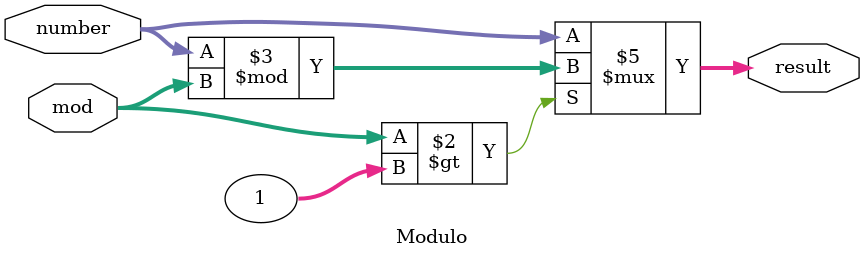
<source format=v>
module Modulo(
	input [2:0] mod,
	input [6:0] number,
	output reg [6:0] result
);

always @(mod, number)
begin
	if(mod > 1)
		result <= number % mod;
	else
		result <= number;
end

endmodule 
</source>
